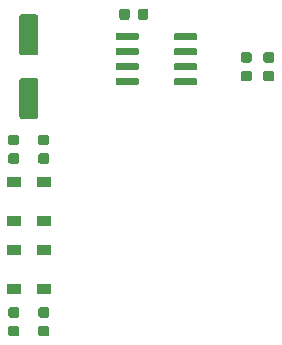
<source format=gbr>
G04 #@! TF.GenerationSoftware,KiCad,Pcbnew,(5.1.5)-3*
G04 #@! TF.CreationDate,2020-09-26T22:29:55+02:00*
G04 #@! TF.ProjectId,KnokooPedalCtrl,4b6e6f6b-6f6f-4506-9564-616c4374726c,v0.0*
G04 #@! TF.SameCoordinates,Original*
G04 #@! TF.FileFunction,Paste,Top*
G04 #@! TF.FilePolarity,Positive*
%FSLAX46Y46*%
G04 Gerber Fmt 4.6, Leading zero omitted, Abs format (unit mm)*
G04 Created by KiCad (PCBNEW (5.1.5)-3) date 2020-09-26 22:29:55*
%MOMM*%
%LPD*%
G04 APERTURE LIST*
%ADD10C,0.100000*%
%ADD11R,1.200000X0.900000*%
G04 APERTURE END LIST*
D10*
G36*
X90309703Y-63835722D02*
G01*
X90324264Y-63837882D01*
X90338543Y-63841459D01*
X90352403Y-63846418D01*
X90365710Y-63852712D01*
X90378336Y-63860280D01*
X90390159Y-63869048D01*
X90401066Y-63878934D01*
X90410952Y-63889841D01*
X90419720Y-63901664D01*
X90427288Y-63914290D01*
X90433582Y-63927597D01*
X90438541Y-63941457D01*
X90442118Y-63955736D01*
X90444278Y-63970297D01*
X90445000Y-63985000D01*
X90445000Y-64285000D01*
X90444278Y-64299703D01*
X90442118Y-64314264D01*
X90438541Y-64328543D01*
X90433582Y-64342403D01*
X90427288Y-64355710D01*
X90419720Y-64368336D01*
X90410952Y-64380159D01*
X90401066Y-64391066D01*
X90390159Y-64400952D01*
X90378336Y-64409720D01*
X90365710Y-64417288D01*
X90352403Y-64423582D01*
X90338543Y-64428541D01*
X90324264Y-64432118D01*
X90309703Y-64434278D01*
X90295000Y-64435000D01*
X88645000Y-64435000D01*
X88630297Y-64434278D01*
X88615736Y-64432118D01*
X88601457Y-64428541D01*
X88587597Y-64423582D01*
X88574290Y-64417288D01*
X88561664Y-64409720D01*
X88549841Y-64400952D01*
X88538934Y-64391066D01*
X88529048Y-64380159D01*
X88520280Y-64368336D01*
X88512712Y-64355710D01*
X88506418Y-64342403D01*
X88501459Y-64328543D01*
X88497882Y-64314264D01*
X88495722Y-64299703D01*
X88495000Y-64285000D01*
X88495000Y-63985000D01*
X88495722Y-63970297D01*
X88497882Y-63955736D01*
X88501459Y-63941457D01*
X88506418Y-63927597D01*
X88512712Y-63914290D01*
X88520280Y-63901664D01*
X88529048Y-63889841D01*
X88538934Y-63878934D01*
X88549841Y-63869048D01*
X88561664Y-63860280D01*
X88574290Y-63852712D01*
X88587597Y-63846418D01*
X88601457Y-63841459D01*
X88615736Y-63837882D01*
X88630297Y-63835722D01*
X88645000Y-63835000D01*
X90295000Y-63835000D01*
X90309703Y-63835722D01*
G37*
G36*
X90309703Y-65105722D02*
G01*
X90324264Y-65107882D01*
X90338543Y-65111459D01*
X90352403Y-65116418D01*
X90365710Y-65122712D01*
X90378336Y-65130280D01*
X90390159Y-65139048D01*
X90401066Y-65148934D01*
X90410952Y-65159841D01*
X90419720Y-65171664D01*
X90427288Y-65184290D01*
X90433582Y-65197597D01*
X90438541Y-65211457D01*
X90442118Y-65225736D01*
X90444278Y-65240297D01*
X90445000Y-65255000D01*
X90445000Y-65555000D01*
X90444278Y-65569703D01*
X90442118Y-65584264D01*
X90438541Y-65598543D01*
X90433582Y-65612403D01*
X90427288Y-65625710D01*
X90419720Y-65638336D01*
X90410952Y-65650159D01*
X90401066Y-65661066D01*
X90390159Y-65670952D01*
X90378336Y-65679720D01*
X90365710Y-65687288D01*
X90352403Y-65693582D01*
X90338543Y-65698541D01*
X90324264Y-65702118D01*
X90309703Y-65704278D01*
X90295000Y-65705000D01*
X88645000Y-65705000D01*
X88630297Y-65704278D01*
X88615736Y-65702118D01*
X88601457Y-65698541D01*
X88587597Y-65693582D01*
X88574290Y-65687288D01*
X88561664Y-65679720D01*
X88549841Y-65670952D01*
X88538934Y-65661066D01*
X88529048Y-65650159D01*
X88520280Y-65638336D01*
X88512712Y-65625710D01*
X88506418Y-65612403D01*
X88501459Y-65598543D01*
X88497882Y-65584264D01*
X88495722Y-65569703D01*
X88495000Y-65555000D01*
X88495000Y-65255000D01*
X88495722Y-65240297D01*
X88497882Y-65225736D01*
X88501459Y-65211457D01*
X88506418Y-65197597D01*
X88512712Y-65184290D01*
X88520280Y-65171664D01*
X88529048Y-65159841D01*
X88538934Y-65148934D01*
X88549841Y-65139048D01*
X88561664Y-65130280D01*
X88574290Y-65122712D01*
X88587597Y-65116418D01*
X88601457Y-65111459D01*
X88615736Y-65107882D01*
X88630297Y-65105722D01*
X88645000Y-65105000D01*
X90295000Y-65105000D01*
X90309703Y-65105722D01*
G37*
G36*
X90309703Y-66375722D02*
G01*
X90324264Y-66377882D01*
X90338543Y-66381459D01*
X90352403Y-66386418D01*
X90365710Y-66392712D01*
X90378336Y-66400280D01*
X90390159Y-66409048D01*
X90401066Y-66418934D01*
X90410952Y-66429841D01*
X90419720Y-66441664D01*
X90427288Y-66454290D01*
X90433582Y-66467597D01*
X90438541Y-66481457D01*
X90442118Y-66495736D01*
X90444278Y-66510297D01*
X90445000Y-66525000D01*
X90445000Y-66825000D01*
X90444278Y-66839703D01*
X90442118Y-66854264D01*
X90438541Y-66868543D01*
X90433582Y-66882403D01*
X90427288Y-66895710D01*
X90419720Y-66908336D01*
X90410952Y-66920159D01*
X90401066Y-66931066D01*
X90390159Y-66940952D01*
X90378336Y-66949720D01*
X90365710Y-66957288D01*
X90352403Y-66963582D01*
X90338543Y-66968541D01*
X90324264Y-66972118D01*
X90309703Y-66974278D01*
X90295000Y-66975000D01*
X88645000Y-66975000D01*
X88630297Y-66974278D01*
X88615736Y-66972118D01*
X88601457Y-66968541D01*
X88587597Y-66963582D01*
X88574290Y-66957288D01*
X88561664Y-66949720D01*
X88549841Y-66940952D01*
X88538934Y-66931066D01*
X88529048Y-66920159D01*
X88520280Y-66908336D01*
X88512712Y-66895710D01*
X88506418Y-66882403D01*
X88501459Y-66868543D01*
X88497882Y-66854264D01*
X88495722Y-66839703D01*
X88495000Y-66825000D01*
X88495000Y-66525000D01*
X88495722Y-66510297D01*
X88497882Y-66495736D01*
X88501459Y-66481457D01*
X88506418Y-66467597D01*
X88512712Y-66454290D01*
X88520280Y-66441664D01*
X88529048Y-66429841D01*
X88538934Y-66418934D01*
X88549841Y-66409048D01*
X88561664Y-66400280D01*
X88574290Y-66392712D01*
X88587597Y-66386418D01*
X88601457Y-66381459D01*
X88615736Y-66377882D01*
X88630297Y-66375722D01*
X88645000Y-66375000D01*
X90295000Y-66375000D01*
X90309703Y-66375722D01*
G37*
G36*
X90309703Y-67645722D02*
G01*
X90324264Y-67647882D01*
X90338543Y-67651459D01*
X90352403Y-67656418D01*
X90365710Y-67662712D01*
X90378336Y-67670280D01*
X90390159Y-67679048D01*
X90401066Y-67688934D01*
X90410952Y-67699841D01*
X90419720Y-67711664D01*
X90427288Y-67724290D01*
X90433582Y-67737597D01*
X90438541Y-67751457D01*
X90442118Y-67765736D01*
X90444278Y-67780297D01*
X90445000Y-67795000D01*
X90445000Y-68095000D01*
X90444278Y-68109703D01*
X90442118Y-68124264D01*
X90438541Y-68138543D01*
X90433582Y-68152403D01*
X90427288Y-68165710D01*
X90419720Y-68178336D01*
X90410952Y-68190159D01*
X90401066Y-68201066D01*
X90390159Y-68210952D01*
X90378336Y-68219720D01*
X90365710Y-68227288D01*
X90352403Y-68233582D01*
X90338543Y-68238541D01*
X90324264Y-68242118D01*
X90309703Y-68244278D01*
X90295000Y-68245000D01*
X88645000Y-68245000D01*
X88630297Y-68244278D01*
X88615736Y-68242118D01*
X88601457Y-68238541D01*
X88587597Y-68233582D01*
X88574290Y-68227288D01*
X88561664Y-68219720D01*
X88549841Y-68210952D01*
X88538934Y-68201066D01*
X88529048Y-68190159D01*
X88520280Y-68178336D01*
X88512712Y-68165710D01*
X88506418Y-68152403D01*
X88501459Y-68138543D01*
X88497882Y-68124264D01*
X88495722Y-68109703D01*
X88495000Y-68095000D01*
X88495000Y-67795000D01*
X88495722Y-67780297D01*
X88497882Y-67765736D01*
X88501459Y-67751457D01*
X88506418Y-67737597D01*
X88512712Y-67724290D01*
X88520280Y-67711664D01*
X88529048Y-67699841D01*
X88538934Y-67688934D01*
X88549841Y-67679048D01*
X88561664Y-67670280D01*
X88574290Y-67662712D01*
X88587597Y-67656418D01*
X88601457Y-67651459D01*
X88615736Y-67647882D01*
X88630297Y-67645722D01*
X88645000Y-67645000D01*
X90295000Y-67645000D01*
X90309703Y-67645722D01*
G37*
G36*
X85359703Y-67645722D02*
G01*
X85374264Y-67647882D01*
X85388543Y-67651459D01*
X85402403Y-67656418D01*
X85415710Y-67662712D01*
X85428336Y-67670280D01*
X85440159Y-67679048D01*
X85451066Y-67688934D01*
X85460952Y-67699841D01*
X85469720Y-67711664D01*
X85477288Y-67724290D01*
X85483582Y-67737597D01*
X85488541Y-67751457D01*
X85492118Y-67765736D01*
X85494278Y-67780297D01*
X85495000Y-67795000D01*
X85495000Y-68095000D01*
X85494278Y-68109703D01*
X85492118Y-68124264D01*
X85488541Y-68138543D01*
X85483582Y-68152403D01*
X85477288Y-68165710D01*
X85469720Y-68178336D01*
X85460952Y-68190159D01*
X85451066Y-68201066D01*
X85440159Y-68210952D01*
X85428336Y-68219720D01*
X85415710Y-68227288D01*
X85402403Y-68233582D01*
X85388543Y-68238541D01*
X85374264Y-68242118D01*
X85359703Y-68244278D01*
X85345000Y-68245000D01*
X83695000Y-68245000D01*
X83680297Y-68244278D01*
X83665736Y-68242118D01*
X83651457Y-68238541D01*
X83637597Y-68233582D01*
X83624290Y-68227288D01*
X83611664Y-68219720D01*
X83599841Y-68210952D01*
X83588934Y-68201066D01*
X83579048Y-68190159D01*
X83570280Y-68178336D01*
X83562712Y-68165710D01*
X83556418Y-68152403D01*
X83551459Y-68138543D01*
X83547882Y-68124264D01*
X83545722Y-68109703D01*
X83545000Y-68095000D01*
X83545000Y-67795000D01*
X83545722Y-67780297D01*
X83547882Y-67765736D01*
X83551459Y-67751457D01*
X83556418Y-67737597D01*
X83562712Y-67724290D01*
X83570280Y-67711664D01*
X83579048Y-67699841D01*
X83588934Y-67688934D01*
X83599841Y-67679048D01*
X83611664Y-67670280D01*
X83624290Y-67662712D01*
X83637597Y-67656418D01*
X83651457Y-67651459D01*
X83665736Y-67647882D01*
X83680297Y-67645722D01*
X83695000Y-67645000D01*
X85345000Y-67645000D01*
X85359703Y-67645722D01*
G37*
G36*
X85359703Y-66375722D02*
G01*
X85374264Y-66377882D01*
X85388543Y-66381459D01*
X85402403Y-66386418D01*
X85415710Y-66392712D01*
X85428336Y-66400280D01*
X85440159Y-66409048D01*
X85451066Y-66418934D01*
X85460952Y-66429841D01*
X85469720Y-66441664D01*
X85477288Y-66454290D01*
X85483582Y-66467597D01*
X85488541Y-66481457D01*
X85492118Y-66495736D01*
X85494278Y-66510297D01*
X85495000Y-66525000D01*
X85495000Y-66825000D01*
X85494278Y-66839703D01*
X85492118Y-66854264D01*
X85488541Y-66868543D01*
X85483582Y-66882403D01*
X85477288Y-66895710D01*
X85469720Y-66908336D01*
X85460952Y-66920159D01*
X85451066Y-66931066D01*
X85440159Y-66940952D01*
X85428336Y-66949720D01*
X85415710Y-66957288D01*
X85402403Y-66963582D01*
X85388543Y-66968541D01*
X85374264Y-66972118D01*
X85359703Y-66974278D01*
X85345000Y-66975000D01*
X83695000Y-66975000D01*
X83680297Y-66974278D01*
X83665736Y-66972118D01*
X83651457Y-66968541D01*
X83637597Y-66963582D01*
X83624290Y-66957288D01*
X83611664Y-66949720D01*
X83599841Y-66940952D01*
X83588934Y-66931066D01*
X83579048Y-66920159D01*
X83570280Y-66908336D01*
X83562712Y-66895710D01*
X83556418Y-66882403D01*
X83551459Y-66868543D01*
X83547882Y-66854264D01*
X83545722Y-66839703D01*
X83545000Y-66825000D01*
X83545000Y-66525000D01*
X83545722Y-66510297D01*
X83547882Y-66495736D01*
X83551459Y-66481457D01*
X83556418Y-66467597D01*
X83562712Y-66454290D01*
X83570280Y-66441664D01*
X83579048Y-66429841D01*
X83588934Y-66418934D01*
X83599841Y-66409048D01*
X83611664Y-66400280D01*
X83624290Y-66392712D01*
X83637597Y-66386418D01*
X83651457Y-66381459D01*
X83665736Y-66377882D01*
X83680297Y-66375722D01*
X83695000Y-66375000D01*
X85345000Y-66375000D01*
X85359703Y-66375722D01*
G37*
G36*
X85359703Y-65105722D02*
G01*
X85374264Y-65107882D01*
X85388543Y-65111459D01*
X85402403Y-65116418D01*
X85415710Y-65122712D01*
X85428336Y-65130280D01*
X85440159Y-65139048D01*
X85451066Y-65148934D01*
X85460952Y-65159841D01*
X85469720Y-65171664D01*
X85477288Y-65184290D01*
X85483582Y-65197597D01*
X85488541Y-65211457D01*
X85492118Y-65225736D01*
X85494278Y-65240297D01*
X85495000Y-65255000D01*
X85495000Y-65555000D01*
X85494278Y-65569703D01*
X85492118Y-65584264D01*
X85488541Y-65598543D01*
X85483582Y-65612403D01*
X85477288Y-65625710D01*
X85469720Y-65638336D01*
X85460952Y-65650159D01*
X85451066Y-65661066D01*
X85440159Y-65670952D01*
X85428336Y-65679720D01*
X85415710Y-65687288D01*
X85402403Y-65693582D01*
X85388543Y-65698541D01*
X85374264Y-65702118D01*
X85359703Y-65704278D01*
X85345000Y-65705000D01*
X83695000Y-65705000D01*
X83680297Y-65704278D01*
X83665736Y-65702118D01*
X83651457Y-65698541D01*
X83637597Y-65693582D01*
X83624290Y-65687288D01*
X83611664Y-65679720D01*
X83599841Y-65670952D01*
X83588934Y-65661066D01*
X83579048Y-65650159D01*
X83570280Y-65638336D01*
X83562712Y-65625710D01*
X83556418Y-65612403D01*
X83551459Y-65598543D01*
X83547882Y-65584264D01*
X83545722Y-65569703D01*
X83545000Y-65555000D01*
X83545000Y-65255000D01*
X83545722Y-65240297D01*
X83547882Y-65225736D01*
X83551459Y-65211457D01*
X83556418Y-65197597D01*
X83562712Y-65184290D01*
X83570280Y-65171664D01*
X83579048Y-65159841D01*
X83588934Y-65148934D01*
X83599841Y-65139048D01*
X83611664Y-65130280D01*
X83624290Y-65122712D01*
X83637597Y-65116418D01*
X83651457Y-65111459D01*
X83665736Y-65107882D01*
X83680297Y-65105722D01*
X83695000Y-65105000D01*
X85345000Y-65105000D01*
X85359703Y-65105722D01*
G37*
G36*
X85359703Y-63835722D02*
G01*
X85374264Y-63837882D01*
X85388543Y-63841459D01*
X85402403Y-63846418D01*
X85415710Y-63852712D01*
X85428336Y-63860280D01*
X85440159Y-63869048D01*
X85451066Y-63878934D01*
X85460952Y-63889841D01*
X85469720Y-63901664D01*
X85477288Y-63914290D01*
X85483582Y-63927597D01*
X85488541Y-63941457D01*
X85492118Y-63955736D01*
X85494278Y-63970297D01*
X85495000Y-63985000D01*
X85495000Y-64285000D01*
X85494278Y-64299703D01*
X85492118Y-64314264D01*
X85488541Y-64328543D01*
X85483582Y-64342403D01*
X85477288Y-64355710D01*
X85469720Y-64368336D01*
X85460952Y-64380159D01*
X85451066Y-64391066D01*
X85440159Y-64400952D01*
X85428336Y-64409720D01*
X85415710Y-64417288D01*
X85402403Y-64423582D01*
X85388543Y-64428541D01*
X85374264Y-64432118D01*
X85359703Y-64434278D01*
X85345000Y-64435000D01*
X83695000Y-64435000D01*
X83680297Y-64434278D01*
X83665736Y-64432118D01*
X83651457Y-64428541D01*
X83637597Y-64423582D01*
X83624290Y-64417288D01*
X83611664Y-64409720D01*
X83599841Y-64400952D01*
X83588934Y-64391066D01*
X83579048Y-64380159D01*
X83570280Y-64368336D01*
X83562712Y-64355710D01*
X83556418Y-64342403D01*
X83551459Y-64328543D01*
X83547882Y-64314264D01*
X83545722Y-64299703D01*
X83545000Y-64285000D01*
X83545000Y-63985000D01*
X83545722Y-63970297D01*
X83547882Y-63955736D01*
X83551459Y-63941457D01*
X83556418Y-63927597D01*
X83562712Y-63914290D01*
X83570280Y-63901664D01*
X83579048Y-63889841D01*
X83588934Y-63878934D01*
X83599841Y-63869048D01*
X83611664Y-63860280D01*
X83624290Y-63852712D01*
X83637597Y-63846418D01*
X83651457Y-63841459D01*
X83665736Y-63837882D01*
X83680297Y-63835722D01*
X83695000Y-63835000D01*
X85345000Y-63835000D01*
X85359703Y-63835722D01*
G37*
G36*
X75207691Y-87041053D02*
G01*
X75228926Y-87044203D01*
X75249750Y-87049419D01*
X75269962Y-87056651D01*
X75289368Y-87065830D01*
X75307781Y-87076866D01*
X75325024Y-87089654D01*
X75340930Y-87104070D01*
X75355346Y-87119976D01*
X75368134Y-87137219D01*
X75379170Y-87155632D01*
X75388349Y-87175038D01*
X75395581Y-87195250D01*
X75400797Y-87216074D01*
X75403947Y-87237309D01*
X75405000Y-87258750D01*
X75405000Y-87696250D01*
X75403947Y-87717691D01*
X75400797Y-87738926D01*
X75395581Y-87759750D01*
X75388349Y-87779962D01*
X75379170Y-87799368D01*
X75368134Y-87817781D01*
X75355346Y-87835024D01*
X75340930Y-87850930D01*
X75325024Y-87865346D01*
X75307781Y-87878134D01*
X75289368Y-87889170D01*
X75269962Y-87898349D01*
X75249750Y-87905581D01*
X75228926Y-87910797D01*
X75207691Y-87913947D01*
X75186250Y-87915000D01*
X74673750Y-87915000D01*
X74652309Y-87913947D01*
X74631074Y-87910797D01*
X74610250Y-87905581D01*
X74590038Y-87898349D01*
X74570632Y-87889170D01*
X74552219Y-87878134D01*
X74534976Y-87865346D01*
X74519070Y-87850930D01*
X74504654Y-87835024D01*
X74491866Y-87817781D01*
X74480830Y-87799368D01*
X74471651Y-87779962D01*
X74464419Y-87759750D01*
X74459203Y-87738926D01*
X74456053Y-87717691D01*
X74455000Y-87696250D01*
X74455000Y-87258750D01*
X74456053Y-87237309D01*
X74459203Y-87216074D01*
X74464419Y-87195250D01*
X74471651Y-87175038D01*
X74480830Y-87155632D01*
X74491866Y-87137219D01*
X74504654Y-87119976D01*
X74519070Y-87104070D01*
X74534976Y-87089654D01*
X74552219Y-87076866D01*
X74570632Y-87065830D01*
X74590038Y-87056651D01*
X74610250Y-87049419D01*
X74631074Y-87044203D01*
X74652309Y-87041053D01*
X74673750Y-87040000D01*
X75186250Y-87040000D01*
X75207691Y-87041053D01*
G37*
G36*
X75207691Y-88616053D02*
G01*
X75228926Y-88619203D01*
X75249750Y-88624419D01*
X75269962Y-88631651D01*
X75289368Y-88640830D01*
X75307781Y-88651866D01*
X75325024Y-88664654D01*
X75340930Y-88679070D01*
X75355346Y-88694976D01*
X75368134Y-88712219D01*
X75379170Y-88730632D01*
X75388349Y-88750038D01*
X75395581Y-88770250D01*
X75400797Y-88791074D01*
X75403947Y-88812309D01*
X75405000Y-88833750D01*
X75405000Y-89271250D01*
X75403947Y-89292691D01*
X75400797Y-89313926D01*
X75395581Y-89334750D01*
X75388349Y-89354962D01*
X75379170Y-89374368D01*
X75368134Y-89392781D01*
X75355346Y-89410024D01*
X75340930Y-89425930D01*
X75325024Y-89440346D01*
X75307781Y-89453134D01*
X75289368Y-89464170D01*
X75269962Y-89473349D01*
X75249750Y-89480581D01*
X75228926Y-89485797D01*
X75207691Y-89488947D01*
X75186250Y-89490000D01*
X74673750Y-89490000D01*
X74652309Y-89488947D01*
X74631074Y-89485797D01*
X74610250Y-89480581D01*
X74590038Y-89473349D01*
X74570632Y-89464170D01*
X74552219Y-89453134D01*
X74534976Y-89440346D01*
X74519070Y-89425930D01*
X74504654Y-89410024D01*
X74491866Y-89392781D01*
X74480830Y-89374368D01*
X74471651Y-89354962D01*
X74464419Y-89334750D01*
X74459203Y-89313926D01*
X74456053Y-89292691D01*
X74455000Y-89271250D01*
X74455000Y-88833750D01*
X74456053Y-88812309D01*
X74459203Y-88791074D01*
X74464419Y-88770250D01*
X74471651Y-88750038D01*
X74480830Y-88730632D01*
X74491866Y-88712219D01*
X74504654Y-88694976D01*
X74519070Y-88679070D01*
X74534976Y-88664654D01*
X74552219Y-88651866D01*
X74570632Y-88640830D01*
X74590038Y-88631651D01*
X74610250Y-88624419D01*
X74631074Y-88619203D01*
X74652309Y-88616053D01*
X74673750Y-88615000D01*
X75186250Y-88615000D01*
X75207691Y-88616053D01*
G37*
G36*
X77747691Y-88616053D02*
G01*
X77768926Y-88619203D01*
X77789750Y-88624419D01*
X77809962Y-88631651D01*
X77829368Y-88640830D01*
X77847781Y-88651866D01*
X77865024Y-88664654D01*
X77880930Y-88679070D01*
X77895346Y-88694976D01*
X77908134Y-88712219D01*
X77919170Y-88730632D01*
X77928349Y-88750038D01*
X77935581Y-88770250D01*
X77940797Y-88791074D01*
X77943947Y-88812309D01*
X77945000Y-88833750D01*
X77945000Y-89271250D01*
X77943947Y-89292691D01*
X77940797Y-89313926D01*
X77935581Y-89334750D01*
X77928349Y-89354962D01*
X77919170Y-89374368D01*
X77908134Y-89392781D01*
X77895346Y-89410024D01*
X77880930Y-89425930D01*
X77865024Y-89440346D01*
X77847781Y-89453134D01*
X77829368Y-89464170D01*
X77809962Y-89473349D01*
X77789750Y-89480581D01*
X77768926Y-89485797D01*
X77747691Y-89488947D01*
X77726250Y-89490000D01*
X77213750Y-89490000D01*
X77192309Y-89488947D01*
X77171074Y-89485797D01*
X77150250Y-89480581D01*
X77130038Y-89473349D01*
X77110632Y-89464170D01*
X77092219Y-89453134D01*
X77074976Y-89440346D01*
X77059070Y-89425930D01*
X77044654Y-89410024D01*
X77031866Y-89392781D01*
X77020830Y-89374368D01*
X77011651Y-89354962D01*
X77004419Y-89334750D01*
X76999203Y-89313926D01*
X76996053Y-89292691D01*
X76995000Y-89271250D01*
X76995000Y-88833750D01*
X76996053Y-88812309D01*
X76999203Y-88791074D01*
X77004419Y-88770250D01*
X77011651Y-88750038D01*
X77020830Y-88730632D01*
X77031866Y-88712219D01*
X77044654Y-88694976D01*
X77059070Y-88679070D01*
X77074976Y-88664654D01*
X77092219Y-88651866D01*
X77110632Y-88640830D01*
X77130038Y-88631651D01*
X77150250Y-88624419D01*
X77171074Y-88619203D01*
X77192309Y-88616053D01*
X77213750Y-88615000D01*
X77726250Y-88615000D01*
X77747691Y-88616053D01*
G37*
G36*
X77747691Y-87041053D02*
G01*
X77768926Y-87044203D01*
X77789750Y-87049419D01*
X77809962Y-87056651D01*
X77829368Y-87065830D01*
X77847781Y-87076866D01*
X77865024Y-87089654D01*
X77880930Y-87104070D01*
X77895346Y-87119976D01*
X77908134Y-87137219D01*
X77919170Y-87155632D01*
X77928349Y-87175038D01*
X77935581Y-87195250D01*
X77940797Y-87216074D01*
X77943947Y-87237309D01*
X77945000Y-87258750D01*
X77945000Y-87696250D01*
X77943947Y-87717691D01*
X77940797Y-87738926D01*
X77935581Y-87759750D01*
X77928349Y-87779962D01*
X77919170Y-87799368D01*
X77908134Y-87817781D01*
X77895346Y-87835024D01*
X77880930Y-87850930D01*
X77865024Y-87865346D01*
X77847781Y-87878134D01*
X77829368Y-87889170D01*
X77809962Y-87898349D01*
X77789750Y-87905581D01*
X77768926Y-87910797D01*
X77747691Y-87913947D01*
X77726250Y-87915000D01*
X77213750Y-87915000D01*
X77192309Y-87913947D01*
X77171074Y-87910797D01*
X77150250Y-87905581D01*
X77130038Y-87898349D01*
X77110632Y-87889170D01*
X77092219Y-87878134D01*
X77074976Y-87865346D01*
X77059070Y-87850930D01*
X77044654Y-87835024D01*
X77031866Y-87817781D01*
X77020830Y-87799368D01*
X77011651Y-87779962D01*
X77004419Y-87759750D01*
X76999203Y-87738926D01*
X76996053Y-87717691D01*
X76995000Y-87696250D01*
X76995000Y-87258750D01*
X76996053Y-87237309D01*
X76999203Y-87216074D01*
X77004419Y-87195250D01*
X77011651Y-87175038D01*
X77020830Y-87155632D01*
X77031866Y-87137219D01*
X77044654Y-87119976D01*
X77059070Y-87104070D01*
X77074976Y-87089654D01*
X77092219Y-87076866D01*
X77110632Y-87065830D01*
X77130038Y-87056651D01*
X77150250Y-87049419D01*
X77171074Y-87044203D01*
X77192309Y-87041053D01*
X77213750Y-87040000D01*
X77726250Y-87040000D01*
X77747691Y-87041053D01*
G37*
G36*
X77747691Y-74011053D02*
G01*
X77768926Y-74014203D01*
X77789750Y-74019419D01*
X77809962Y-74026651D01*
X77829368Y-74035830D01*
X77847781Y-74046866D01*
X77865024Y-74059654D01*
X77880930Y-74074070D01*
X77895346Y-74089976D01*
X77908134Y-74107219D01*
X77919170Y-74125632D01*
X77928349Y-74145038D01*
X77935581Y-74165250D01*
X77940797Y-74186074D01*
X77943947Y-74207309D01*
X77945000Y-74228750D01*
X77945000Y-74666250D01*
X77943947Y-74687691D01*
X77940797Y-74708926D01*
X77935581Y-74729750D01*
X77928349Y-74749962D01*
X77919170Y-74769368D01*
X77908134Y-74787781D01*
X77895346Y-74805024D01*
X77880930Y-74820930D01*
X77865024Y-74835346D01*
X77847781Y-74848134D01*
X77829368Y-74859170D01*
X77809962Y-74868349D01*
X77789750Y-74875581D01*
X77768926Y-74880797D01*
X77747691Y-74883947D01*
X77726250Y-74885000D01*
X77213750Y-74885000D01*
X77192309Y-74883947D01*
X77171074Y-74880797D01*
X77150250Y-74875581D01*
X77130038Y-74868349D01*
X77110632Y-74859170D01*
X77092219Y-74848134D01*
X77074976Y-74835346D01*
X77059070Y-74820930D01*
X77044654Y-74805024D01*
X77031866Y-74787781D01*
X77020830Y-74769368D01*
X77011651Y-74749962D01*
X77004419Y-74729750D01*
X76999203Y-74708926D01*
X76996053Y-74687691D01*
X76995000Y-74666250D01*
X76995000Y-74228750D01*
X76996053Y-74207309D01*
X76999203Y-74186074D01*
X77004419Y-74165250D01*
X77011651Y-74145038D01*
X77020830Y-74125632D01*
X77031866Y-74107219D01*
X77044654Y-74089976D01*
X77059070Y-74074070D01*
X77074976Y-74059654D01*
X77092219Y-74046866D01*
X77110632Y-74035830D01*
X77130038Y-74026651D01*
X77150250Y-74019419D01*
X77171074Y-74014203D01*
X77192309Y-74011053D01*
X77213750Y-74010000D01*
X77726250Y-74010000D01*
X77747691Y-74011053D01*
G37*
G36*
X77747691Y-72436053D02*
G01*
X77768926Y-72439203D01*
X77789750Y-72444419D01*
X77809962Y-72451651D01*
X77829368Y-72460830D01*
X77847781Y-72471866D01*
X77865024Y-72484654D01*
X77880930Y-72499070D01*
X77895346Y-72514976D01*
X77908134Y-72532219D01*
X77919170Y-72550632D01*
X77928349Y-72570038D01*
X77935581Y-72590250D01*
X77940797Y-72611074D01*
X77943947Y-72632309D01*
X77945000Y-72653750D01*
X77945000Y-73091250D01*
X77943947Y-73112691D01*
X77940797Y-73133926D01*
X77935581Y-73154750D01*
X77928349Y-73174962D01*
X77919170Y-73194368D01*
X77908134Y-73212781D01*
X77895346Y-73230024D01*
X77880930Y-73245930D01*
X77865024Y-73260346D01*
X77847781Y-73273134D01*
X77829368Y-73284170D01*
X77809962Y-73293349D01*
X77789750Y-73300581D01*
X77768926Y-73305797D01*
X77747691Y-73308947D01*
X77726250Y-73310000D01*
X77213750Y-73310000D01*
X77192309Y-73308947D01*
X77171074Y-73305797D01*
X77150250Y-73300581D01*
X77130038Y-73293349D01*
X77110632Y-73284170D01*
X77092219Y-73273134D01*
X77074976Y-73260346D01*
X77059070Y-73245930D01*
X77044654Y-73230024D01*
X77031866Y-73212781D01*
X77020830Y-73194368D01*
X77011651Y-73174962D01*
X77004419Y-73154750D01*
X76999203Y-73133926D01*
X76996053Y-73112691D01*
X76995000Y-73091250D01*
X76995000Y-72653750D01*
X76996053Y-72632309D01*
X76999203Y-72611074D01*
X77004419Y-72590250D01*
X77011651Y-72570038D01*
X77020830Y-72550632D01*
X77031866Y-72532219D01*
X77044654Y-72514976D01*
X77059070Y-72499070D01*
X77074976Y-72484654D01*
X77092219Y-72471866D01*
X77110632Y-72460830D01*
X77130038Y-72451651D01*
X77150250Y-72444419D01*
X77171074Y-72439203D01*
X77192309Y-72436053D01*
X77213750Y-72435000D01*
X77726250Y-72435000D01*
X77747691Y-72436053D01*
G37*
G36*
X75207691Y-72436053D02*
G01*
X75228926Y-72439203D01*
X75249750Y-72444419D01*
X75269962Y-72451651D01*
X75289368Y-72460830D01*
X75307781Y-72471866D01*
X75325024Y-72484654D01*
X75340930Y-72499070D01*
X75355346Y-72514976D01*
X75368134Y-72532219D01*
X75379170Y-72550632D01*
X75388349Y-72570038D01*
X75395581Y-72590250D01*
X75400797Y-72611074D01*
X75403947Y-72632309D01*
X75405000Y-72653750D01*
X75405000Y-73091250D01*
X75403947Y-73112691D01*
X75400797Y-73133926D01*
X75395581Y-73154750D01*
X75388349Y-73174962D01*
X75379170Y-73194368D01*
X75368134Y-73212781D01*
X75355346Y-73230024D01*
X75340930Y-73245930D01*
X75325024Y-73260346D01*
X75307781Y-73273134D01*
X75289368Y-73284170D01*
X75269962Y-73293349D01*
X75249750Y-73300581D01*
X75228926Y-73305797D01*
X75207691Y-73308947D01*
X75186250Y-73310000D01*
X74673750Y-73310000D01*
X74652309Y-73308947D01*
X74631074Y-73305797D01*
X74610250Y-73300581D01*
X74590038Y-73293349D01*
X74570632Y-73284170D01*
X74552219Y-73273134D01*
X74534976Y-73260346D01*
X74519070Y-73245930D01*
X74504654Y-73230024D01*
X74491866Y-73212781D01*
X74480830Y-73194368D01*
X74471651Y-73174962D01*
X74464419Y-73154750D01*
X74459203Y-73133926D01*
X74456053Y-73112691D01*
X74455000Y-73091250D01*
X74455000Y-72653750D01*
X74456053Y-72632309D01*
X74459203Y-72611074D01*
X74464419Y-72590250D01*
X74471651Y-72570038D01*
X74480830Y-72550632D01*
X74491866Y-72532219D01*
X74504654Y-72514976D01*
X74519070Y-72499070D01*
X74534976Y-72484654D01*
X74552219Y-72471866D01*
X74570632Y-72460830D01*
X74590038Y-72451651D01*
X74610250Y-72444419D01*
X74631074Y-72439203D01*
X74652309Y-72436053D01*
X74673750Y-72435000D01*
X75186250Y-72435000D01*
X75207691Y-72436053D01*
G37*
G36*
X75207691Y-74011053D02*
G01*
X75228926Y-74014203D01*
X75249750Y-74019419D01*
X75269962Y-74026651D01*
X75289368Y-74035830D01*
X75307781Y-74046866D01*
X75325024Y-74059654D01*
X75340930Y-74074070D01*
X75355346Y-74089976D01*
X75368134Y-74107219D01*
X75379170Y-74125632D01*
X75388349Y-74145038D01*
X75395581Y-74165250D01*
X75400797Y-74186074D01*
X75403947Y-74207309D01*
X75405000Y-74228750D01*
X75405000Y-74666250D01*
X75403947Y-74687691D01*
X75400797Y-74708926D01*
X75395581Y-74729750D01*
X75388349Y-74749962D01*
X75379170Y-74769368D01*
X75368134Y-74787781D01*
X75355346Y-74805024D01*
X75340930Y-74820930D01*
X75325024Y-74835346D01*
X75307781Y-74848134D01*
X75289368Y-74859170D01*
X75269962Y-74868349D01*
X75249750Y-74875581D01*
X75228926Y-74880797D01*
X75207691Y-74883947D01*
X75186250Y-74885000D01*
X74673750Y-74885000D01*
X74652309Y-74883947D01*
X74631074Y-74880797D01*
X74610250Y-74875581D01*
X74590038Y-74868349D01*
X74570632Y-74859170D01*
X74552219Y-74848134D01*
X74534976Y-74835346D01*
X74519070Y-74820930D01*
X74504654Y-74805024D01*
X74491866Y-74787781D01*
X74480830Y-74769368D01*
X74471651Y-74749962D01*
X74464419Y-74729750D01*
X74459203Y-74708926D01*
X74456053Y-74687691D01*
X74455000Y-74666250D01*
X74455000Y-74228750D01*
X74456053Y-74207309D01*
X74459203Y-74186074D01*
X74464419Y-74165250D01*
X74471651Y-74145038D01*
X74480830Y-74125632D01*
X74491866Y-74107219D01*
X74504654Y-74089976D01*
X74519070Y-74074070D01*
X74534976Y-74059654D01*
X74552219Y-74046866D01*
X74570632Y-74035830D01*
X74590038Y-74026651D01*
X74610250Y-74019419D01*
X74631074Y-74014203D01*
X74652309Y-74011053D01*
X74673750Y-74010000D01*
X75186250Y-74010000D01*
X75207691Y-74011053D01*
G37*
G36*
X96797691Y-65451053D02*
G01*
X96818926Y-65454203D01*
X96839750Y-65459419D01*
X96859962Y-65466651D01*
X96879368Y-65475830D01*
X96897781Y-65486866D01*
X96915024Y-65499654D01*
X96930930Y-65514070D01*
X96945346Y-65529976D01*
X96958134Y-65547219D01*
X96969170Y-65565632D01*
X96978349Y-65585038D01*
X96985581Y-65605250D01*
X96990797Y-65626074D01*
X96993947Y-65647309D01*
X96995000Y-65668750D01*
X96995000Y-66106250D01*
X96993947Y-66127691D01*
X96990797Y-66148926D01*
X96985581Y-66169750D01*
X96978349Y-66189962D01*
X96969170Y-66209368D01*
X96958134Y-66227781D01*
X96945346Y-66245024D01*
X96930930Y-66260930D01*
X96915024Y-66275346D01*
X96897781Y-66288134D01*
X96879368Y-66299170D01*
X96859962Y-66308349D01*
X96839750Y-66315581D01*
X96818926Y-66320797D01*
X96797691Y-66323947D01*
X96776250Y-66325000D01*
X96263750Y-66325000D01*
X96242309Y-66323947D01*
X96221074Y-66320797D01*
X96200250Y-66315581D01*
X96180038Y-66308349D01*
X96160632Y-66299170D01*
X96142219Y-66288134D01*
X96124976Y-66275346D01*
X96109070Y-66260930D01*
X96094654Y-66245024D01*
X96081866Y-66227781D01*
X96070830Y-66209368D01*
X96061651Y-66189962D01*
X96054419Y-66169750D01*
X96049203Y-66148926D01*
X96046053Y-66127691D01*
X96045000Y-66106250D01*
X96045000Y-65668750D01*
X96046053Y-65647309D01*
X96049203Y-65626074D01*
X96054419Y-65605250D01*
X96061651Y-65585038D01*
X96070830Y-65565632D01*
X96081866Y-65547219D01*
X96094654Y-65529976D01*
X96109070Y-65514070D01*
X96124976Y-65499654D01*
X96142219Y-65486866D01*
X96160632Y-65475830D01*
X96180038Y-65466651D01*
X96200250Y-65459419D01*
X96221074Y-65454203D01*
X96242309Y-65451053D01*
X96263750Y-65450000D01*
X96776250Y-65450000D01*
X96797691Y-65451053D01*
G37*
G36*
X96797691Y-67026053D02*
G01*
X96818926Y-67029203D01*
X96839750Y-67034419D01*
X96859962Y-67041651D01*
X96879368Y-67050830D01*
X96897781Y-67061866D01*
X96915024Y-67074654D01*
X96930930Y-67089070D01*
X96945346Y-67104976D01*
X96958134Y-67122219D01*
X96969170Y-67140632D01*
X96978349Y-67160038D01*
X96985581Y-67180250D01*
X96990797Y-67201074D01*
X96993947Y-67222309D01*
X96995000Y-67243750D01*
X96995000Y-67681250D01*
X96993947Y-67702691D01*
X96990797Y-67723926D01*
X96985581Y-67744750D01*
X96978349Y-67764962D01*
X96969170Y-67784368D01*
X96958134Y-67802781D01*
X96945346Y-67820024D01*
X96930930Y-67835930D01*
X96915024Y-67850346D01*
X96897781Y-67863134D01*
X96879368Y-67874170D01*
X96859962Y-67883349D01*
X96839750Y-67890581D01*
X96818926Y-67895797D01*
X96797691Y-67898947D01*
X96776250Y-67900000D01*
X96263750Y-67900000D01*
X96242309Y-67898947D01*
X96221074Y-67895797D01*
X96200250Y-67890581D01*
X96180038Y-67883349D01*
X96160632Y-67874170D01*
X96142219Y-67863134D01*
X96124976Y-67850346D01*
X96109070Y-67835930D01*
X96094654Y-67820024D01*
X96081866Y-67802781D01*
X96070830Y-67784368D01*
X96061651Y-67764962D01*
X96054419Y-67744750D01*
X96049203Y-67723926D01*
X96046053Y-67702691D01*
X96045000Y-67681250D01*
X96045000Y-67243750D01*
X96046053Y-67222309D01*
X96049203Y-67201074D01*
X96054419Y-67180250D01*
X96061651Y-67160038D01*
X96070830Y-67140632D01*
X96081866Y-67122219D01*
X96094654Y-67104976D01*
X96109070Y-67089070D01*
X96124976Y-67074654D01*
X96142219Y-67061866D01*
X96160632Y-67050830D01*
X96180038Y-67041651D01*
X96200250Y-67034419D01*
X96221074Y-67029203D01*
X96242309Y-67026053D01*
X96263750Y-67025000D01*
X96776250Y-67025000D01*
X96797691Y-67026053D01*
G37*
D11*
X74930000Y-79755000D03*
X74930000Y-76455000D03*
X74930000Y-82170000D03*
X74930000Y-85470000D03*
X77470000Y-85470000D03*
X77470000Y-82170000D03*
X77470000Y-76455000D03*
X77470000Y-79755000D03*
D10*
G36*
X86117691Y-61756053D02*
G01*
X86138926Y-61759203D01*
X86159750Y-61764419D01*
X86179962Y-61771651D01*
X86199368Y-61780830D01*
X86217781Y-61791866D01*
X86235024Y-61804654D01*
X86250930Y-61819070D01*
X86265346Y-61834976D01*
X86278134Y-61852219D01*
X86289170Y-61870632D01*
X86298349Y-61890038D01*
X86305581Y-61910250D01*
X86310797Y-61931074D01*
X86313947Y-61952309D01*
X86315000Y-61973750D01*
X86315000Y-62486250D01*
X86313947Y-62507691D01*
X86310797Y-62528926D01*
X86305581Y-62549750D01*
X86298349Y-62569962D01*
X86289170Y-62589368D01*
X86278134Y-62607781D01*
X86265346Y-62625024D01*
X86250930Y-62640930D01*
X86235024Y-62655346D01*
X86217781Y-62668134D01*
X86199368Y-62679170D01*
X86179962Y-62688349D01*
X86159750Y-62695581D01*
X86138926Y-62700797D01*
X86117691Y-62703947D01*
X86096250Y-62705000D01*
X85658750Y-62705000D01*
X85637309Y-62703947D01*
X85616074Y-62700797D01*
X85595250Y-62695581D01*
X85575038Y-62688349D01*
X85555632Y-62679170D01*
X85537219Y-62668134D01*
X85519976Y-62655346D01*
X85504070Y-62640930D01*
X85489654Y-62625024D01*
X85476866Y-62607781D01*
X85465830Y-62589368D01*
X85456651Y-62569962D01*
X85449419Y-62549750D01*
X85444203Y-62528926D01*
X85441053Y-62507691D01*
X85440000Y-62486250D01*
X85440000Y-61973750D01*
X85441053Y-61952309D01*
X85444203Y-61931074D01*
X85449419Y-61910250D01*
X85456651Y-61890038D01*
X85465830Y-61870632D01*
X85476866Y-61852219D01*
X85489654Y-61834976D01*
X85504070Y-61819070D01*
X85519976Y-61804654D01*
X85537219Y-61791866D01*
X85555632Y-61780830D01*
X85575038Y-61771651D01*
X85595250Y-61764419D01*
X85616074Y-61759203D01*
X85637309Y-61756053D01*
X85658750Y-61755000D01*
X86096250Y-61755000D01*
X86117691Y-61756053D01*
G37*
G36*
X84542691Y-61756053D02*
G01*
X84563926Y-61759203D01*
X84584750Y-61764419D01*
X84604962Y-61771651D01*
X84624368Y-61780830D01*
X84642781Y-61791866D01*
X84660024Y-61804654D01*
X84675930Y-61819070D01*
X84690346Y-61834976D01*
X84703134Y-61852219D01*
X84714170Y-61870632D01*
X84723349Y-61890038D01*
X84730581Y-61910250D01*
X84735797Y-61931074D01*
X84738947Y-61952309D01*
X84740000Y-61973750D01*
X84740000Y-62486250D01*
X84738947Y-62507691D01*
X84735797Y-62528926D01*
X84730581Y-62549750D01*
X84723349Y-62569962D01*
X84714170Y-62589368D01*
X84703134Y-62607781D01*
X84690346Y-62625024D01*
X84675930Y-62640930D01*
X84660024Y-62655346D01*
X84642781Y-62668134D01*
X84624368Y-62679170D01*
X84604962Y-62688349D01*
X84584750Y-62695581D01*
X84563926Y-62700797D01*
X84542691Y-62703947D01*
X84521250Y-62705000D01*
X84083750Y-62705000D01*
X84062309Y-62703947D01*
X84041074Y-62700797D01*
X84020250Y-62695581D01*
X84000038Y-62688349D01*
X83980632Y-62679170D01*
X83962219Y-62668134D01*
X83944976Y-62655346D01*
X83929070Y-62640930D01*
X83914654Y-62625024D01*
X83901866Y-62607781D01*
X83890830Y-62589368D01*
X83881651Y-62569962D01*
X83874419Y-62549750D01*
X83869203Y-62528926D01*
X83866053Y-62507691D01*
X83865000Y-62486250D01*
X83865000Y-61973750D01*
X83866053Y-61952309D01*
X83869203Y-61931074D01*
X83874419Y-61910250D01*
X83881651Y-61890038D01*
X83890830Y-61870632D01*
X83901866Y-61852219D01*
X83914654Y-61834976D01*
X83929070Y-61819070D01*
X83944976Y-61804654D01*
X83962219Y-61791866D01*
X83980632Y-61780830D01*
X84000038Y-61771651D01*
X84020250Y-61764419D01*
X84041074Y-61759203D01*
X84062309Y-61756053D01*
X84083750Y-61755000D01*
X84521250Y-61755000D01*
X84542691Y-61756053D01*
G37*
G36*
X94892691Y-65451053D02*
G01*
X94913926Y-65454203D01*
X94934750Y-65459419D01*
X94954962Y-65466651D01*
X94974368Y-65475830D01*
X94992781Y-65486866D01*
X95010024Y-65499654D01*
X95025930Y-65514070D01*
X95040346Y-65529976D01*
X95053134Y-65547219D01*
X95064170Y-65565632D01*
X95073349Y-65585038D01*
X95080581Y-65605250D01*
X95085797Y-65626074D01*
X95088947Y-65647309D01*
X95090000Y-65668750D01*
X95090000Y-66106250D01*
X95088947Y-66127691D01*
X95085797Y-66148926D01*
X95080581Y-66169750D01*
X95073349Y-66189962D01*
X95064170Y-66209368D01*
X95053134Y-66227781D01*
X95040346Y-66245024D01*
X95025930Y-66260930D01*
X95010024Y-66275346D01*
X94992781Y-66288134D01*
X94974368Y-66299170D01*
X94954962Y-66308349D01*
X94934750Y-66315581D01*
X94913926Y-66320797D01*
X94892691Y-66323947D01*
X94871250Y-66325000D01*
X94358750Y-66325000D01*
X94337309Y-66323947D01*
X94316074Y-66320797D01*
X94295250Y-66315581D01*
X94275038Y-66308349D01*
X94255632Y-66299170D01*
X94237219Y-66288134D01*
X94219976Y-66275346D01*
X94204070Y-66260930D01*
X94189654Y-66245024D01*
X94176866Y-66227781D01*
X94165830Y-66209368D01*
X94156651Y-66189962D01*
X94149419Y-66169750D01*
X94144203Y-66148926D01*
X94141053Y-66127691D01*
X94140000Y-66106250D01*
X94140000Y-65668750D01*
X94141053Y-65647309D01*
X94144203Y-65626074D01*
X94149419Y-65605250D01*
X94156651Y-65585038D01*
X94165830Y-65565632D01*
X94176866Y-65547219D01*
X94189654Y-65529976D01*
X94204070Y-65514070D01*
X94219976Y-65499654D01*
X94237219Y-65486866D01*
X94255632Y-65475830D01*
X94275038Y-65466651D01*
X94295250Y-65459419D01*
X94316074Y-65454203D01*
X94337309Y-65451053D01*
X94358750Y-65450000D01*
X94871250Y-65450000D01*
X94892691Y-65451053D01*
G37*
G36*
X94892691Y-67026053D02*
G01*
X94913926Y-67029203D01*
X94934750Y-67034419D01*
X94954962Y-67041651D01*
X94974368Y-67050830D01*
X94992781Y-67061866D01*
X95010024Y-67074654D01*
X95025930Y-67089070D01*
X95040346Y-67104976D01*
X95053134Y-67122219D01*
X95064170Y-67140632D01*
X95073349Y-67160038D01*
X95080581Y-67180250D01*
X95085797Y-67201074D01*
X95088947Y-67222309D01*
X95090000Y-67243750D01*
X95090000Y-67681250D01*
X95088947Y-67702691D01*
X95085797Y-67723926D01*
X95080581Y-67744750D01*
X95073349Y-67764962D01*
X95064170Y-67784368D01*
X95053134Y-67802781D01*
X95040346Y-67820024D01*
X95025930Y-67835930D01*
X95010024Y-67850346D01*
X94992781Y-67863134D01*
X94974368Y-67874170D01*
X94954962Y-67883349D01*
X94934750Y-67890581D01*
X94913926Y-67895797D01*
X94892691Y-67898947D01*
X94871250Y-67900000D01*
X94358750Y-67900000D01*
X94337309Y-67898947D01*
X94316074Y-67895797D01*
X94295250Y-67890581D01*
X94275038Y-67883349D01*
X94255632Y-67874170D01*
X94237219Y-67863134D01*
X94219976Y-67850346D01*
X94204070Y-67835930D01*
X94189654Y-67820024D01*
X94176866Y-67802781D01*
X94165830Y-67784368D01*
X94156651Y-67764962D01*
X94149419Y-67744750D01*
X94144203Y-67723926D01*
X94141053Y-67702691D01*
X94140000Y-67681250D01*
X94140000Y-67243750D01*
X94141053Y-67222309D01*
X94144203Y-67201074D01*
X94149419Y-67180250D01*
X94156651Y-67160038D01*
X94165830Y-67140632D01*
X94176866Y-67122219D01*
X94189654Y-67104976D01*
X94204070Y-67089070D01*
X94219976Y-67074654D01*
X94237219Y-67061866D01*
X94255632Y-67050830D01*
X94275038Y-67041651D01*
X94295250Y-67034419D01*
X94316074Y-67029203D01*
X94337309Y-67026053D01*
X94358750Y-67025000D01*
X94871250Y-67025000D01*
X94892691Y-67026053D01*
G37*
G36*
X76774504Y-62226204D02*
G01*
X76798773Y-62229804D01*
X76822571Y-62235765D01*
X76845671Y-62244030D01*
X76867849Y-62254520D01*
X76888893Y-62267133D01*
X76908598Y-62281747D01*
X76926777Y-62298223D01*
X76943253Y-62316402D01*
X76957867Y-62336107D01*
X76970480Y-62357151D01*
X76980970Y-62379329D01*
X76989235Y-62402429D01*
X76995196Y-62426227D01*
X76998796Y-62450496D01*
X77000000Y-62475000D01*
X77000000Y-65475000D01*
X76998796Y-65499504D01*
X76995196Y-65523773D01*
X76989235Y-65547571D01*
X76980970Y-65570671D01*
X76970480Y-65592849D01*
X76957867Y-65613893D01*
X76943253Y-65633598D01*
X76926777Y-65651777D01*
X76908598Y-65668253D01*
X76888893Y-65682867D01*
X76867849Y-65695480D01*
X76845671Y-65705970D01*
X76822571Y-65714235D01*
X76798773Y-65720196D01*
X76774504Y-65723796D01*
X76750000Y-65725000D01*
X75650000Y-65725000D01*
X75625496Y-65723796D01*
X75601227Y-65720196D01*
X75577429Y-65714235D01*
X75554329Y-65705970D01*
X75532151Y-65695480D01*
X75511107Y-65682867D01*
X75491402Y-65668253D01*
X75473223Y-65651777D01*
X75456747Y-65633598D01*
X75442133Y-65613893D01*
X75429520Y-65592849D01*
X75419030Y-65570671D01*
X75410765Y-65547571D01*
X75404804Y-65523773D01*
X75401204Y-65499504D01*
X75400000Y-65475000D01*
X75400000Y-62475000D01*
X75401204Y-62450496D01*
X75404804Y-62426227D01*
X75410765Y-62402429D01*
X75419030Y-62379329D01*
X75429520Y-62357151D01*
X75442133Y-62336107D01*
X75456747Y-62316402D01*
X75473223Y-62298223D01*
X75491402Y-62281747D01*
X75511107Y-62267133D01*
X75532151Y-62254520D01*
X75554329Y-62244030D01*
X75577429Y-62235765D01*
X75601227Y-62229804D01*
X75625496Y-62226204D01*
X75650000Y-62225000D01*
X76750000Y-62225000D01*
X76774504Y-62226204D01*
G37*
G36*
X76774504Y-67626204D02*
G01*
X76798773Y-67629804D01*
X76822571Y-67635765D01*
X76845671Y-67644030D01*
X76867849Y-67654520D01*
X76888893Y-67667133D01*
X76908598Y-67681747D01*
X76926777Y-67698223D01*
X76943253Y-67716402D01*
X76957867Y-67736107D01*
X76970480Y-67757151D01*
X76980970Y-67779329D01*
X76989235Y-67802429D01*
X76995196Y-67826227D01*
X76998796Y-67850496D01*
X77000000Y-67875000D01*
X77000000Y-70875000D01*
X76998796Y-70899504D01*
X76995196Y-70923773D01*
X76989235Y-70947571D01*
X76980970Y-70970671D01*
X76970480Y-70992849D01*
X76957867Y-71013893D01*
X76943253Y-71033598D01*
X76926777Y-71051777D01*
X76908598Y-71068253D01*
X76888893Y-71082867D01*
X76867849Y-71095480D01*
X76845671Y-71105970D01*
X76822571Y-71114235D01*
X76798773Y-71120196D01*
X76774504Y-71123796D01*
X76750000Y-71125000D01*
X75650000Y-71125000D01*
X75625496Y-71123796D01*
X75601227Y-71120196D01*
X75577429Y-71114235D01*
X75554329Y-71105970D01*
X75532151Y-71095480D01*
X75511107Y-71082867D01*
X75491402Y-71068253D01*
X75473223Y-71051777D01*
X75456747Y-71033598D01*
X75442133Y-71013893D01*
X75429520Y-70992849D01*
X75419030Y-70970671D01*
X75410765Y-70947571D01*
X75404804Y-70923773D01*
X75401204Y-70899504D01*
X75400000Y-70875000D01*
X75400000Y-67875000D01*
X75401204Y-67850496D01*
X75404804Y-67826227D01*
X75410765Y-67802429D01*
X75419030Y-67779329D01*
X75429520Y-67757151D01*
X75442133Y-67736107D01*
X75456747Y-67716402D01*
X75473223Y-67698223D01*
X75491402Y-67681747D01*
X75511107Y-67667133D01*
X75532151Y-67654520D01*
X75554329Y-67644030D01*
X75577429Y-67635765D01*
X75601227Y-67629804D01*
X75625496Y-67626204D01*
X75650000Y-67625000D01*
X76750000Y-67625000D01*
X76774504Y-67626204D01*
G37*
M02*

</source>
